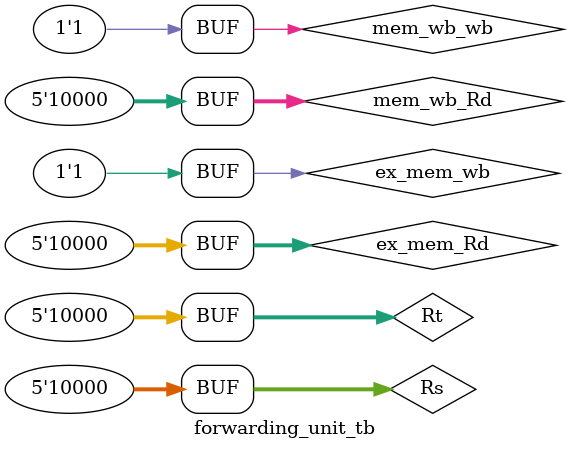
<source format=v>
module forwarding_unit
(
	input [4:0] Rs, Rt, ex_mem_Rd, mem_wb_Rd,
	input ex_mem_wb, mem_wb_wb, //writeback control units controlling Regwrite
	output reg [1:0] forwardA, forwardB
);
reg flagA = 0;
reg flagB = 0;
always@*begin
	if(ex_mem_wb && (ex_mem_Rd != 0) && (ex_mem_Rd == Rs))begin
		forwardA = 2'b10;
		flagA = 1;
	end
	if(ex_mem_wb && (ex_mem_Rd != 0) && (ex_mem_Rd == Rt))begin
		forwardB = 2'b10;
		flagB = 1;
	end
	if(mem_wb_wb && (mem_wb_Rd != 0) && (mem_wb_Rd == Rs) && !(ex_mem_wb && (ex_mem_Rd != 0) && (ex_mem_Rd == Rs)))begin
		forwardA = 2'b01;
		flagA = 1;
	end
	if(mem_wb_wb && (mem_wb_Rd != 0) && (mem_wb_Rd == Rt) && !(ex_mem_wb && (ex_mem_Rd != 0) && (ex_mem_Rd == Rt)))begin
		forwardB = 2'b01;
		flagB = 1;
	end
	if(flagA == 0)
		forwardA = 2'b00;
	if(flagB == 0)

		forwardB = 2'b00;
	flagA=0;
	flagB=0;
end
endmodule

module forwarding_unit_tb();

//inputs
reg [4:0] Rs, Rt, ex_mem_Rd, mem_wb_Rd;
reg ex_mem_wb, mem_wb_wb;

// outputs
wire [1:0] forwardA, forwardB;
forwarding_unit tb(Rs, Rt, ex_mem_Rd, mem_wb_Rd,ex_mem_wb, mem_wb_wb,forwardA, forwardB);

initial
begin
// test values for input
Rs = 10000; Rt =10000;
ex_mem_Rd = 10000; mem_wb_Rd = 10000;
ex_mem_wb = 1'b1; mem_wb_wb = 1'b1; 
end
endmodule

</source>
